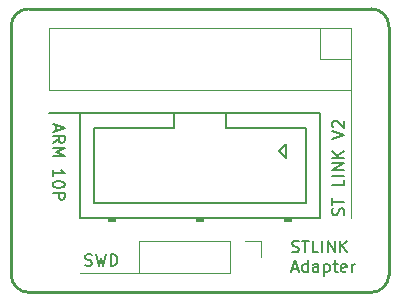
<source format=gbr>
G04 #@! TF.GenerationSoftware,KiCad,Pcbnew,(5.1.8)-1*
G04 #@! TF.CreationDate,2021-03-23T12:11:17-05:00*
G04 #@! TF.ProjectId,STLINK_Adapter,53544c49-4e4b-45f4-9164-61707465722e,rev?*
G04 #@! TF.SameCoordinates,Original*
G04 #@! TF.FileFunction,Legend,Top*
G04 #@! TF.FilePolarity,Positive*
%FSLAX46Y46*%
G04 Gerber Fmt 4.6, Leading zero omitted, Abs format (unit mm)*
G04 Created by KiCad (PCBNEW (5.1.8)-1) date 2021-03-23 12:11:17*
%MOMM*%
%LPD*%
G01*
G04 APERTURE LIST*
%ADD10C,0.150000*%
%ADD11C,0.120000*%
G04 #@! TA.AperFunction,Profile*
%ADD12C,0.254000*%
G04 #@! TD*
G04 APERTURE END LIST*
D10*
X107787976Y-110579761D02*
X107930833Y-110627380D01*
X108168928Y-110627380D01*
X108264166Y-110579761D01*
X108311785Y-110532142D01*
X108359404Y-110436904D01*
X108359404Y-110341666D01*
X108311785Y-110246428D01*
X108264166Y-110198809D01*
X108168928Y-110151190D01*
X107978452Y-110103571D01*
X107883214Y-110055952D01*
X107835595Y-110008333D01*
X107787976Y-109913095D01*
X107787976Y-109817857D01*
X107835595Y-109722619D01*
X107883214Y-109675000D01*
X107978452Y-109627380D01*
X108216547Y-109627380D01*
X108359404Y-109675000D01*
X108645119Y-109627380D02*
X109216547Y-109627380D01*
X108930833Y-110627380D02*
X108930833Y-109627380D01*
X110026071Y-110627380D02*
X109549880Y-110627380D01*
X109549880Y-109627380D01*
X110359404Y-110627380D02*
X110359404Y-109627380D01*
X110835595Y-110627380D02*
X110835595Y-109627380D01*
X111407023Y-110627380D01*
X111407023Y-109627380D01*
X111883214Y-110627380D02*
X111883214Y-109627380D01*
X112454642Y-110627380D02*
X112026071Y-110055952D01*
X112454642Y-109627380D02*
X111883214Y-110198809D01*
X107787976Y-111991666D02*
X108264166Y-111991666D01*
X107692738Y-112277380D02*
X108026071Y-111277380D01*
X108359404Y-112277380D01*
X109121309Y-112277380D02*
X109121309Y-111277380D01*
X109121309Y-112229761D02*
X109026071Y-112277380D01*
X108835595Y-112277380D01*
X108740357Y-112229761D01*
X108692738Y-112182142D01*
X108645119Y-112086904D01*
X108645119Y-111801190D01*
X108692738Y-111705952D01*
X108740357Y-111658333D01*
X108835595Y-111610714D01*
X109026071Y-111610714D01*
X109121309Y-111658333D01*
X110026071Y-112277380D02*
X110026071Y-111753571D01*
X109978452Y-111658333D01*
X109883214Y-111610714D01*
X109692738Y-111610714D01*
X109597500Y-111658333D01*
X110026071Y-112229761D02*
X109930833Y-112277380D01*
X109692738Y-112277380D01*
X109597500Y-112229761D01*
X109549880Y-112134523D01*
X109549880Y-112039285D01*
X109597500Y-111944047D01*
X109692738Y-111896428D01*
X109930833Y-111896428D01*
X110026071Y-111848809D01*
X110502261Y-111610714D02*
X110502261Y-112610714D01*
X110502261Y-111658333D02*
X110597500Y-111610714D01*
X110787976Y-111610714D01*
X110883214Y-111658333D01*
X110930833Y-111705952D01*
X110978452Y-111801190D01*
X110978452Y-112086904D01*
X110930833Y-112182142D01*
X110883214Y-112229761D01*
X110787976Y-112277380D01*
X110597500Y-112277380D01*
X110502261Y-112229761D01*
X111264166Y-111610714D02*
X111645119Y-111610714D01*
X111407023Y-111277380D02*
X111407023Y-112134523D01*
X111454642Y-112229761D01*
X111549880Y-112277380D01*
X111645119Y-112277380D01*
X112359404Y-112229761D02*
X112264166Y-112277380D01*
X112073690Y-112277380D01*
X111978452Y-112229761D01*
X111930833Y-112134523D01*
X111930833Y-111753571D01*
X111978452Y-111658333D01*
X112073690Y-111610714D01*
X112264166Y-111610714D01*
X112359404Y-111658333D01*
X112407023Y-111753571D01*
X112407023Y-111848809D01*
X111930833Y-111944047D01*
X112835595Y-112277380D02*
X112835595Y-111610714D01*
X112835595Y-111801190D02*
X112883214Y-111705952D01*
X112930833Y-111658333D01*
X113026071Y-111610714D01*
X113121309Y-111610714D01*
X90287976Y-111724761D02*
X90430833Y-111772380D01*
X90668928Y-111772380D01*
X90764166Y-111724761D01*
X90811785Y-111677142D01*
X90859404Y-111581904D01*
X90859404Y-111486666D01*
X90811785Y-111391428D01*
X90764166Y-111343809D01*
X90668928Y-111296190D01*
X90478452Y-111248571D01*
X90383214Y-111200952D01*
X90335595Y-111153333D01*
X90287976Y-111058095D01*
X90287976Y-110962857D01*
X90335595Y-110867619D01*
X90383214Y-110820000D01*
X90478452Y-110772380D01*
X90716547Y-110772380D01*
X90859404Y-110820000D01*
X91192738Y-110772380D02*
X91430833Y-111772380D01*
X91621309Y-111058095D01*
X91811785Y-111772380D01*
X92049880Y-110772380D01*
X92430833Y-111772380D02*
X92430833Y-110772380D01*
X92668928Y-110772380D01*
X92811785Y-110820000D01*
X92907023Y-110915238D01*
X92954642Y-111010476D01*
X93002261Y-111200952D01*
X93002261Y-111343809D01*
X92954642Y-111534285D01*
X92907023Y-111629523D01*
X92811785Y-111724761D01*
X92668928Y-111772380D01*
X92430833Y-111772380D01*
D11*
X94860000Y-112330000D02*
X89850000Y-112330000D01*
X110160000Y-94250000D02*
X112760000Y-94250000D01*
X110160000Y-91650000D02*
X110160000Y-94250000D01*
X112760000Y-96850000D02*
X112760000Y-107740000D01*
D10*
X89850000Y-98800000D02*
X87240000Y-98800000D01*
D11*
X87240000Y-96850000D02*
X87240000Y-91650000D01*
X112760000Y-96850000D02*
X87240000Y-96850000D01*
X112760000Y-91650000D02*
X112760000Y-96850000D01*
X87240000Y-91650000D02*
X112760000Y-91650000D01*
D10*
X112154761Y-107462023D02*
X112202380Y-107319166D01*
X112202380Y-107081071D01*
X112154761Y-106985833D01*
X112107142Y-106938214D01*
X112011904Y-106890595D01*
X111916666Y-106890595D01*
X111821428Y-106938214D01*
X111773809Y-106985833D01*
X111726190Y-107081071D01*
X111678571Y-107271547D01*
X111630952Y-107366785D01*
X111583333Y-107414404D01*
X111488095Y-107462023D01*
X111392857Y-107462023D01*
X111297619Y-107414404D01*
X111250000Y-107366785D01*
X111202380Y-107271547D01*
X111202380Y-107033452D01*
X111250000Y-106890595D01*
X111202380Y-106604880D02*
X111202380Y-106033452D01*
X112202380Y-106319166D02*
X111202380Y-106319166D01*
X112202380Y-104462023D02*
X112202380Y-104938214D01*
X111202380Y-104938214D01*
X112202380Y-104128690D02*
X111202380Y-104128690D01*
X112202380Y-103652500D02*
X111202380Y-103652500D01*
X112202380Y-103081071D01*
X111202380Y-103081071D01*
X112202380Y-102604880D02*
X111202380Y-102604880D01*
X112202380Y-102033452D02*
X111630952Y-102462023D01*
X111202380Y-102033452D02*
X111773809Y-102604880D01*
X111202380Y-100985833D02*
X112202380Y-100652500D01*
X111202380Y-100319166D01*
X111297619Y-100033452D02*
X111250000Y-99985833D01*
X111202380Y-99890595D01*
X111202380Y-99652500D01*
X111250000Y-99557261D01*
X111297619Y-99509642D01*
X111392857Y-99462023D01*
X111488095Y-99462023D01*
X111630952Y-99509642D01*
X112202380Y-100081071D01*
X112202380Y-99462023D01*
X87833333Y-99857142D02*
X87833333Y-100333333D01*
X87547619Y-99761904D02*
X88547619Y-100095238D01*
X87547619Y-100428571D01*
X87547619Y-101333333D02*
X88023809Y-101000000D01*
X87547619Y-100761904D02*
X88547619Y-100761904D01*
X88547619Y-101142857D01*
X88500000Y-101238095D01*
X88452380Y-101285714D01*
X88357142Y-101333333D01*
X88214285Y-101333333D01*
X88119047Y-101285714D01*
X88071428Y-101238095D01*
X88023809Y-101142857D01*
X88023809Y-100761904D01*
X87547619Y-101761904D02*
X88547619Y-101761904D01*
X87833333Y-102095238D01*
X88547619Y-102428571D01*
X87547619Y-102428571D01*
X87547619Y-104190476D02*
X87547619Y-103619047D01*
X87547619Y-103904761D02*
X88547619Y-103904761D01*
X88404761Y-103809523D01*
X88309523Y-103714285D01*
X88261904Y-103619047D01*
X88547619Y-104809523D02*
X88547619Y-104904761D01*
X88500000Y-105000000D01*
X88452380Y-105047619D01*
X88357142Y-105095238D01*
X88166666Y-105142857D01*
X87928571Y-105142857D01*
X87738095Y-105095238D01*
X87642857Y-105047619D01*
X87595238Y-105000000D01*
X87547619Y-104904761D01*
X87547619Y-104809523D01*
X87595238Y-104714285D01*
X87642857Y-104666666D01*
X87738095Y-104619047D01*
X87928571Y-104571428D01*
X88166666Y-104571428D01*
X88357142Y-104619047D01*
X88452380Y-104666666D01*
X88500000Y-104714285D01*
X88547619Y-104809523D01*
X87547619Y-105571428D02*
X88547619Y-105571428D01*
X88547619Y-105952380D01*
X88500000Y-106047619D01*
X88452380Y-106095238D01*
X88357142Y-106142857D01*
X88214285Y-106142857D01*
X88119047Y-106095238D01*
X88071428Y-106047619D01*
X88023809Y-105952380D01*
X88023809Y-105571428D01*
D12*
X114500000Y-90000000D02*
G75*
G02*
X116000000Y-91500000I0J-1500000D01*
G01*
X116000000Y-112500000D02*
G75*
G02*
X114500000Y-114000000I-1500000J0D01*
G01*
X85500000Y-114000000D02*
G75*
G02*
X84000000Y-112500000I0J1500000D01*
G01*
X85500000Y-114000000D02*
X114500000Y-114000000D01*
X116000000Y-91500000D02*
X116000000Y-112500000D01*
X84000000Y-91500000D02*
X84000000Y-112500000D01*
X84000000Y-91500000D02*
G75*
G02*
X85500000Y-90000000I1500000J0D01*
G01*
X85500000Y-90000000D02*
X114500000Y-90000000D01*
D11*
X94860000Y-109670000D02*
X94860000Y-112330000D01*
X102540000Y-109670000D02*
X94860000Y-109670000D01*
X102540000Y-112330000D02*
X94860000Y-112330000D01*
X102540000Y-109670000D02*
X102540000Y-112330000D01*
X103810000Y-109670000D02*
X105140000Y-109670000D01*
X105140000Y-109670000D02*
X105140000Y-111000000D01*
D10*
X106680000Y-102000000D02*
X107280000Y-101400000D01*
X107280000Y-102600000D02*
X106680000Y-102000000D01*
X107280000Y-101400000D02*
X107280000Y-102600000D01*
X107730000Y-107840000D02*
X107230000Y-107840000D01*
X107230000Y-107940000D02*
X107230000Y-107740000D01*
X107730000Y-107940000D02*
X107230000Y-107940000D01*
X107730000Y-107740000D02*
X107730000Y-107940000D01*
X92770000Y-107840000D02*
X92270000Y-107840000D01*
X92270000Y-107940000D02*
X92270000Y-107740000D01*
X92770000Y-107940000D02*
X92270000Y-107940000D01*
X92770000Y-107740000D02*
X92770000Y-107940000D01*
X100250000Y-107840000D02*
X99750000Y-107840000D01*
X99750000Y-107940000D02*
X99750000Y-107740000D01*
X100250000Y-107940000D02*
X99750000Y-107940000D01*
X100250000Y-107740000D02*
X100250000Y-107940000D01*
X97775000Y-100100000D02*
X97775000Y-98800000D01*
X91050000Y-100100000D02*
X97775000Y-100100000D01*
X91050000Y-106440000D02*
X91050000Y-100100000D01*
X108950000Y-106440000D02*
X91050000Y-106440000D01*
X108950000Y-100100000D02*
X108950000Y-106440000D01*
X102225000Y-100100000D02*
X108950000Y-100100000D01*
X102225000Y-98800000D02*
X102225000Y-100100000D01*
X89850000Y-98800000D02*
X110150000Y-98800000D01*
X89850000Y-107740000D02*
X89850000Y-98800000D01*
X110150000Y-107740000D02*
X89850000Y-107740000D01*
X110150000Y-98800000D02*
X110150000Y-107740000D01*
M02*

</source>
